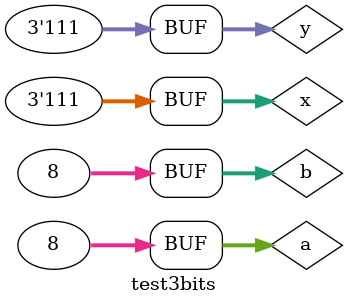
<source format=v>


 module diferencacompleta3bits(s, x, y);
 output [2:0] s;
 input  [2:0] x, y;
 wire c1, c2;
 
 meiadiferenca FU1(s[0],c1,x[0],y[0]); 
 diferencacompleta FU2(s[1],c2,x[1],y[1],c1);
 diferencacompleta FU3(s[2],c3,x[2],y[2],c2);
 
 endmodule
 
 
 module meiadiferenca(s0, s1, x, y);    
 output s0, s1;                         
 input x, y;                            
 
 xor XOR1(s0, x, y);                   
 and AND1(s1, ~x, y);
   
 endmodule   
 
 module diferencacompleta(s0, s1, x, y, e1);   
 output s0, s1;                                
 input x, y, e1;                                
 
 meiadiferenca FU1(s2, s3, x, y);        
 meiadiferenca FU2(s0, s4, s2, e1);      
 or OR1(s1, s3,s4);                     
 
 endmodule  
 
 // -- TESTE
  
 module test3bits;
 reg [2:0]  x,y;
 wire [2:0] s;
 integer a,b;
          
 diferencacompleta3bits DIF1 (s,x,y);
 
 initial begin    //definindo valores iniciais
      x=0; y=0;
 end
 
 initial begin  //inicio
      $display("Guia 05 - Karen Alves Pereira - 407451");
      $display("Diferenca completa de dois valores com 3 bits");
		$display("\n   A   -   B  =   S  \n");
		$monitor("  %b%b%b - %b%b%b = %b%b%b", x[2],x[1],x[0],y[2],y[1],y[0],s[2],s[1],s[0]); 
 
   for(a=0; a <= 7; a = a+1) 
  	begin
	
   for(b=0; b <= 7; b = b+1) 
  	begin
	#1 x = a; y = b;
	
 end	
 end 
 end    
 endmodule  
</source>
